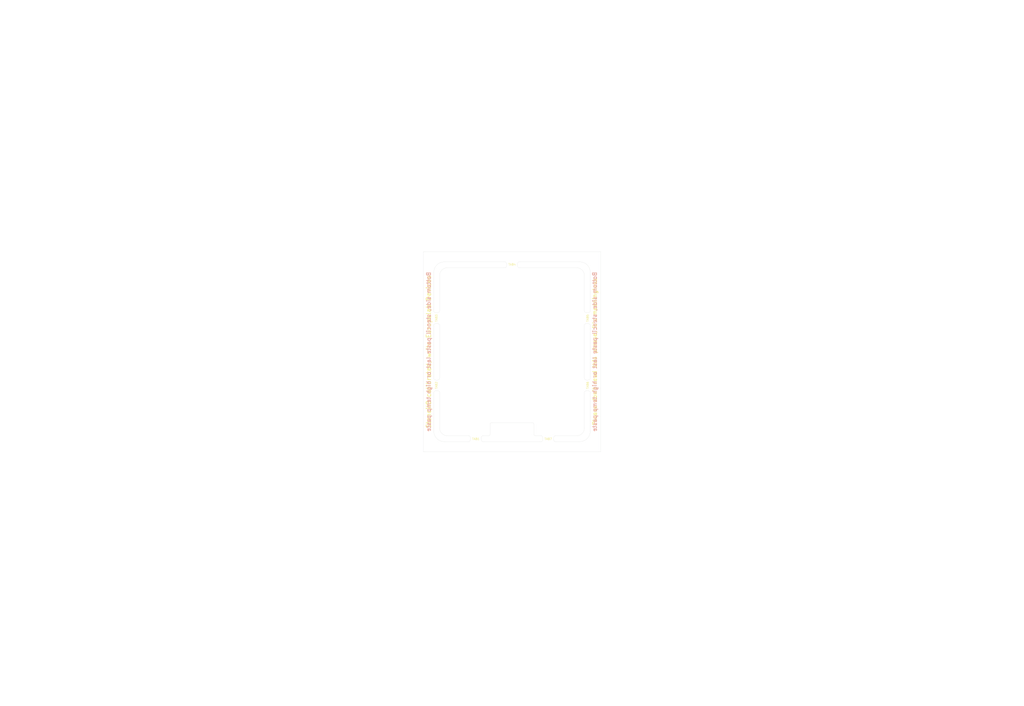
<source format=kicad_pcb>
(kicad_pcb (version 20171130) (host pcbnew 5.1.5+dfsg1-2build2)

  (general
    (thickness 1.6)
    (drawings 82)
    (tracks 0)
    (zones 0)
    (modules 7)
    (nets 1)
  )

  (page A3)
  (title_block
    (date "15 nov 2012")
  )

  (layers
    (0 F.Cu signal)
    (1 In1.Cu signal)
    (2 In2.Cu signal)
    (31 B.Cu signal)
    (34 B.Paste user)
    (35 F.Paste user)
    (36 B.SilkS user)
    (37 F.SilkS user)
    (38 B.Mask user)
    (39 F.Mask user)
    (40 Dwgs.User user)
    (41 Cmts.User user)
    (44 Edge.Cuts user)
    (45 Margin user)
    (46 B.CrtYd user)
    (47 F.CrtYd user)
    (48 B.Fab user)
    (49 F.Fab user)
  )

  (setup
    (last_trace_width 0.2)
    (user_trace_width 0.09)
    (user_trace_width 0.127)
    (trace_clearance 0.2)
    (zone_clearance 0.508)
    (zone_45_only no)
    (trace_min 0.09)
    (via_size 0.9)
    (via_drill 0.6)
    (via_min_size 0.45)
    (via_min_drill 0.2)
    (user_via 0.45 0.2)
    (user_via 0.6 0.3)
    (uvia_size 0.5)
    (uvia_drill 0.1)
    (uvias_allowed no)
    (uvia_min_size 0.45)
    (uvia_min_drill 0.1)
    (edge_width 0.1)
    (segment_width 0.1)
    (pcb_text_width 0.25)
    (pcb_text_size 1 1)
    (mod_edge_width 0.15)
    (mod_text_size 1 1)
    (mod_text_width 0.15)
    (pad_size 2.5 2.5)
    (pad_drill 2.5)
    (pad_to_mask_clearance 0)
    (aux_axis_origin 0 0)
    (visible_elements 7FFFFFFF)
    (pcbplotparams
      (layerselection 0x00030_80000001)
      (usegerberextensions true)
      (usegerberattributes false)
      (usegerberadvancedattributes false)
      (creategerberjobfile false)
      (excludeedgelayer true)
      (linewidth 0.150000)
      (plotframeref false)
      (viasonmask false)
      (mode 1)
      (useauxorigin false)
      (hpglpennumber 1)
      (hpglpenspeed 20)
      (hpglpendiameter 15.000000)
      (psnegative false)
      (psa4output false)
      (plotreference true)
      (plotvalue true)
      (plotinvisibletext false)
      (padsonsilk false)
      (subtractmaskfromsilk false)
      (outputformat 1)
      (mirror false)
      (drillshape 1)
      (scaleselection 1)
      (outputdirectory ""))
  )

  (net 0 "")

  (net_class Default "This is the default net class."
    (clearance 0.2)
    (trace_width 0.2)
    (via_dia 0.9)
    (via_drill 0.6)
    (uvia_dia 0.5)
    (uvia_drill 0.1)
  )

  (net_class Power ""
    (clearance 0.2)
    (trace_width 0.5)
    (via_dia 1)
    (via_drill 0.7)
    (uvia_dia 0.5)
    (uvia_drill 0.1)
  )

  (module Elabdev:Panel_Mousetab_25mm_Single (layer F.Cu) (tedit 5CD9E502) (tstamp 5F680FEC)
    (at 224 181.75 90)
    (path /5CD9EB0D)
    (fp_text reference TAB7 (at 0 0) (layer F.SilkS)
      (effects (font (size 0.8 0.8) (thickness 0.13)))
    )
    (fp_text value Pantab (at 0 3.5 90) (layer F.Fab)
      (effects (font (size 1 1) (thickness 0.15)))
    )
    (fp_line (start 1.25 -2.2) (end 1.25 2.2) (layer F.Fab) (width 0.15))
    (fp_line (start -1.25 -2.2) (end -1.25 2.2) (layer F.Fab) (width 0.15))
    (fp_line (start 2.1 -2.6) (end 2.1 2.6) (layer F.CrtYd) (width 0.15))
    (fp_line (start 2.1 2.6) (end -2.1 2.6) (layer F.CrtYd) (width 0.15))
    (fp_line (start -2.1 2.6) (end -2.1 -2.6) (layer F.CrtYd) (width 0.15))
    (fp_line (start -2.1 -2.6) (end 2.1 -2.6) (layer F.CrtYd) (width 0.15))
    (pad "" np_thru_hole circle (at 1.35 2 90) (size 0.5 0.5) (drill 0.5) (layers *.Cu))
    (pad "" np_thru_hole circle (at 1.35 1.2 90) (size 0.5 0.5) (drill 0.5) (layers *.Cu))
    (pad "" np_thru_hole circle (at 1.35 0.4 90) (size 0.5 0.5) (drill 0.5) (layers *.Cu))
    (pad "" np_thru_hole circle (at 1.35 -0.4 90) (size 0.5 0.5) (drill 0.5) (layers *.Cu))
    (pad "" np_thru_hole circle (at 1.35 -1.2 90) (size 0.5 0.5) (drill 0.5) (layers *.Cu))
    (pad "" np_thru_hole circle (at 1.35 -2 90) (size 0.5 0.5) (drill 0.5) (layers *.Cu))
  )

  (module Elabdev:Panel_Mousetab_25mm_Single (layer F.Cu) (tedit 5CD9E59A) (tstamp 5F4C0A71)
    (at 210 114.25 270)
    (path /5CD5C3A7)
    (fp_text reference TAB4 (at 0 0 180) (layer F.SilkS)
      (effects (font (size 0.8 0.8) (thickness 0.13)))
    )
    (fp_text value Pantab (at 0 -3.5 270) (layer F.Fab)
      (effects (font (size 1 1) (thickness 0.15)))
    )
    (fp_line (start 1.25 -2.2) (end 1.25 2.2) (layer F.Fab) (width 0.15))
    (fp_line (start -1.25 -2.2) (end -1.25 2.2) (layer F.Fab) (width 0.15))
    (fp_line (start 2.1 -2.6) (end 2.1 2.6) (layer F.CrtYd) (width 0.15))
    (fp_line (start 2.1 2.6) (end -2.1 2.6) (layer F.CrtYd) (width 0.15))
    (fp_line (start -2.1 2.6) (end -2.1 -2.6) (layer F.CrtYd) (width 0.15))
    (fp_line (start -2.1 -2.6) (end 2.1 -2.6) (layer F.CrtYd) (width 0.15))
    (pad "" np_thru_hole circle (at 1.35 2 270) (size 0.5 0.5) (drill 0.5) (layers *.Cu))
    (pad "" np_thru_hole circle (at 1.35 1.2 270) (size 0.5 0.5) (drill 0.5) (layers *.Cu))
    (pad "" np_thru_hole circle (at 1.35 0.4 270) (size 0.5 0.5) (drill 0.5) (layers *.Cu))
    (pad "" np_thru_hole circle (at 1.35 -0.4 270) (size 0.5 0.5) (drill 0.5) (layers *.Cu))
    (pad "" np_thru_hole circle (at 1.35 -1.2 270) (size 0.5 0.5) (drill 0.5) (layers *.Cu))
    (pad "" np_thru_hole circle (at 1.35 -2 270) (size 0.5 0.5) (drill 0.5) (layers *.Cu))
  )

  (module Elabdev:Panel_Mousetab_25mm_Single (layer F.Cu) (tedit 5CD9E502) (tstamp 5CE1C45C)
    (at 196 181.75 90)
    (path /5CD9EB0D)
    (fp_text reference TAB1 (at 0 0) (layer F.SilkS)
      (effects (font (size 0.8 0.8) (thickness 0.13)))
    )
    (fp_text value Pantab (at 0 3.5 90) (layer F.Fab)
      (effects (font (size 1 1) (thickness 0.15)))
    )
    (fp_line (start -2.1 -2.6) (end 2.1 -2.6) (layer F.CrtYd) (width 0.15))
    (fp_line (start -2.1 2.6) (end -2.1 -2.6) (layer F.CrtYd) (width 0.15))
    (fp_line (start 2.1 2.6) (end -2.1 2.6) (layer F.CrtYd) (width 0.15))
    (fp_line (start 2.1 -2.6) (end 2.1 2.6) (layer F.CrtYd) (width 0.15))
    (fp_line (start -1.25 -2.2) (end -1.25 2.2) (layer F.Fab) (width 0.15))
    (fp_line (start 1.25 -2.2) (end 1.25 2.2) (layer F.Fab) (width 0.15))
    (pad "" np_thru_hole circle (at 1.35 -2 90) (size 0.5 0.5) (drill 0.5) (layers *.Cu))
    (pad "" np_thru_hole circle (at 1.35 -1.2 90) (size 0.5 0.5) (drill 0.5) (layers *.Cu))
    (pad "" np_thru_hole circle (at 1.35 -0.4 90) (size 0.5 0.5) (drill 0.5) (layers *.Cu))
    (pad "" np_thru_hole circle (at 1.35 0.4 90) (size 0.5 0.5) (drill 0.5) (layers *.Cu))
    (pad "" np_thru_hole circle (at 1.35 1.2 90) (size 0.5 0.5) (drill 0.5) (layers *.Cu))
    (pad "" np_thru_hole circle (at 1.35 2 90) (size 0.5 0.5) (drill 0.5) (layers *.Cu))
  )

  (module Elabdev:Panel_Mousetab_25mm_Single (layer F.Cu) (tedit 5CD5AA6C) (tstamp 5F4C1007)
    (at 180.75 161)
    (path /5CD5C074)
    (fp_text reference TAB2 (at 0 0 90) (layer F.SilkS)
      (effects (font (size 0.8 0.8) (thickness 0.13)))
    )
    (fp_text value Pantab (at -2.5 0 -270) (layer F.Fab)
      (effects (font (size 1 1) (thickness 0.15)))
    )
    (fp_line (start -2.1 -2.6) (end 2.1 -2.6) (layer F.CrtYd) (width 0.15))
    (fp_line (start -2.1 2.6) (end -2.1 -2.6) (layer F.CrtYd) (width 0.15))
    (fp_line (start 2.1 2.6) (end -2.1 2.6) (layer F.CrtYd) (width 0.15))
    (fp_line (start 2.1 -2.6) (end 2.1 2.6) (layer F.CrtYd) (width 0.15))
    (fp_line (start -1.25 -2.2) (end -1.25 2.2) (layer F.Fab) (width 0.15))
    (fp_line (start 1.25 -2.2) (end 1.25 2.2) (layer F.Fab) (width 0.15))
    (pad "" np_thru_hole circle (at 1.35 -2) (size 0.5 0.5) (drill 0.5) (layers *.Cu))
    (pad "" np_thru_hole circle (at 1.35 -1.2) (size 0.5 0.5) (drill 0.5) (layers *.Cu))
    (pad "" np_thru_hole circle (at 1.35 -0.4) (size 0.5 0.5) (drill 0.5) (layers *.Cu))
    (pad "" np_thru_hole circle (at 1.35 0.4) (size 0.5 0.5) (drill 0.5) (layers *.Cu))
    (pad "" np_thru_hole circle (at 1.35 1.2) (size 0.5 0.5) (drill 0.5) (layers *.Cu))
    (pad "" np_thru_hole circle (at 1.35 2) (size 0.5 0.5) (drill 0.5) (layers *.Cu))
  )

  (module Elabdev:Panel_Mousetab_25mm_Single (layer F.Cu) (tedit 5CD5AA6C) (tstamp 5F4C1047)
    (at 180.75 135)
    (path /5CD5C074)
    (fp_text reference TAB3 (at 0 0 90) (layer F.SilkS)
      (effects (font (size 0.8 0.8) (thickness 0.13)))
    )
    (fp_text value Pantab (at -2.5 0 -270) (layer F.Fab)
      (effects (font (size 1 1) (thickness 0.15)))
    )
    (fp_line (start 1.25 -2.2) (end 1.25 2.2) (layer F.Fab) (width 0.15))
    (fp_line (start -1.25 -2.2) (end -1.25 2.2) (layer F.Fab) (width 0.15))
    (fp_line (start 2.1 -2.6) (end 2.1 2.6) (layer F.CrtYd) (width 0.15))
    (fp_line (start 2.1 2.6) (end -2.1 2.6) (layer F.CrtYd) (width 0.15))
    (fp_line (start -2.1 2.6) (end -2.1 -2.6) (layer F.CrtYd) (width 0.15))
    (fp_line (start -2.1 -2.6) (end 2.1 -2.6) (layer F.CrtYd) (width 0.15))
    (pad "" np_thru_hole circle (at 1.35 2) (size 0.5 0.5) (drill 0.5) (layers *.Cu))
    (pad "" np_thru_hole circle (at 1.35 1.2) (size 0.5 0.5) (drill 0.5) (layers *.Cu))
    (pad "" np_thru_hole circle (at 1.35 0.4) (size 0.5 0.5) (drill 0.5) (layers *.Cu))
    (pad "" np_thru_hole circle (at 1.35 -0.4) (size 0.5 0.5) (drill 0.5) (layers *.Cu))
    (pad "" np_thru_hole circle (at 1.35 -1.2) (size 0.5 0.5) (drill 0.5) (layers *.Cu))
    (pad "" np_thru_hole circle (at 1.35 -2) (size 0.5 0.5) (drill 0.5) (layers *.Cu))
  )

  (module Elabdev:Panel_Mousetab_25mm_Single (layer F.Cu) (tedit 5CD5AA6C) (tstamp 5F4C108A)
    (at 239.25 135 180)
    (path /5CD5C074)
    (fp_text reference TAB5 (at 0 0 90) (layer F.SilkS)
      (effects (font (size 0.8 0.8) (thickness 0.13)))
    )
    (fp_text value Pantab (at -2.5 0 90) (layer F.Fab)
      (effects (font (size 1 1) (thickness 0.15)))
    )
    (fp_line (start 1.25 -2.2) (end 1.25 2.2) (layer F.Fab) (width 0.15))
    (fp_line (start -1.25 -2.2) (end -1.25 2.2) (layer F.Fab) (width 0.15))
    (fp_line (start 2.1 -2.6) (end 2.1 2.6) (layer F.CrtYd) (width 0.15))
    (fp_line (start 2.1 2.6) (end -2.1 2.6) (layer F.CrtYd) (width 0.15))
    (fp_line (start -2.1 2.6) (end -2.1 -2.6) (layer F.CrtYd) (width 0.15))
    (fp_line (start -2.1 -2.6) (end 2.1 -2.6) (layer F.CrtYd) (width 0.15))
    (pad "" np_thru_hole circle (at 1.35 2 180) (size 0.5 0.5) (drill 0.5) (layers *.Cu))
    (pad "" np_thru_hole circle (at 1.35 1.2 180) (size 0.5 0.5) (drill 0.5) (layers *.Cu))
    (pad "" np_thru_hole circle (at 1.35 0.4 180) (size 0.5 0.5) (drill 0.5) (layers *.Cu))
    (pad "" np_thru_hole circle (at 1.35 -0.4 180) (size 0.5 0.5) (drill 0.5) (layers *.Cu))
    (pad "" np_thru_hole circle (at 1.35 -1.2 180) (size 0.5 0.5) (drill 0.5) (layers *.Cu))
    (pad "" np_thru_hole circle (at 1.35 -2 180) (size 0.5 0.5) (drill 0.5) (layers *.Cu))
  )

  (module Elabdev:Panel_Mousetab_25mm_Single (layer F.Cu) (tedit 5CD5AA6C) (tstamp 5F4C1067)
    (at 239.25 161 180)
    (path /5CD5C074)
    (fp_text reference TAB6 (at 0 0 90) (layer F.SilkS)
      (effects (font (size 0.8 0.8) (thickness 0.13)))
    )
    (fp_text value Pantab (at -2.5 0 90) (layer F.Fab)
      (effects (font (size 1 1) (thickness 0.15)))
    )
    (fp_line (start -2.1 -2.6) (end 2.1 -2.6) (layer F.CrtYd) (width 0.15))
    (fp_line (start -2.1 2.6) (end -2.1 -2.6) (layer F.CrtYd) (width 0.15))
    (fp_line (start 2.1 2.6) (end -2.1 2.6) (layer F.CrtYd) (width 0.15))
    (fp_line (start 2.1 -2.6) (end 2.1 2.6) (layer F.CrtYd) (width 0.15))
    (fp_line (start -1.25 -2.2) (end -1.25 2.2) (layer F.Fab) (width 0.15))
    (fp_line (start 1.25 -2.2) (end 1.25 2.2) (layer F.Fab) (width 0.15))
    (pad "" np_thru_hole circle (at 1.35 -2 180) (size 0.5 0.5) (drill 0.5) (layers *.Cu))
    (pad "" np_thru_hole circle (at 1.35 -1.2 180) (size 0.5 0.5) (drill 0.5) (layers *.Cu))
    (pad "" np_thru_hole circle (at 1.35 -0.4 180) (size 0.5 0.5) (drill 0.5) (layers *.Cu))
    (pad "" np_thru_hole circle (at 1.35 0.4 180) (size 0.5 0.5) (drill 0.5) (layers *.Cu))
    (pad "" np_thru_hole circle (at 1.35 1.2 180) (size 0.5 0.5) (drill 0.5) (layers *.Cu))
    (pad "" np_thru_hole circle (at 1.35 2 180) (size 0.5 0.5) (drill 0.5) (layers *.Cu))
  )

  (gr_circle (center 210 148) (end 210 144) (layer Cmts.User) (width 0.15))
  (gr_line (start 213 151) (end 207 145) (layer Cmts.User) (width 0.15))
  (gr_line (start 207 151) (end 213 145) (layer Cmts.User) (width 0.15))
  (gr_line (start 210 12) (end 210 285) (layer Cmts.User) (width 0.15))
  (gr_line (start 12 148) (end 408 148) (layer Cmts.User) (width 0.15))
  (gr_line (start 219 180.5) (end 221.5 180.5) (layer Edge.Cuts) (width 0.05) (tstamp 5F68107E))
  (gr_line (start 198.5 180.5) (end 201 180.5) (layer Edge.Cuts) (width 0.05) (tstamp 5F68107B))
  (gr_line (start 198.5 182.75) (end 221.5 182.75) (layer Edge.Cuts) (width 0.05) (tstamp 5F681075))
  (gr_arc (start 227.625 181.625) (end 226.5 182.75) (angle 90) (layer Edge.Cuts) (width 0.05) (tstamp 5F680FEB))
  (gr_arc (start 220.375 181.625) (end 221.5 180.5) (angle 90) (layer Edge.Cuts) (width 0.05) (tstamp 5F680FEA))
  (gr_line (start 182 177.5) (end 182 163.5) (layer Edge.Cuts) (width 0.05) (tstamp 5F680F1A))
  (gr_line (start 182 132.5) (end 182 118.5) (layer Edge.Cuts) (width 0.05) (tstamp 5F680F17))
  (gr_line (start 238 132.5) (end 238 118.5) (layer Edge.Cuts) (width 0.05) (tstamp 5F680F14))
  (gr_line (start 238 177.5) (end 238 163.5) (layer Edge.Cuts) (width 0.05) (tstamp 5F680F11))
  (gr_line (start 179.75 137.5) (end 179.75 158.5) (layer Edge.Cuts) (width 0.05) (tstamp 5F680E75))
  (gr_line (start 240.25 178.75) (end 240.25 163.5) (layer Edge.Cuts) (width 0.05) (tstamp 5F680CE7))
  (gr_line (start 235 115.5) (end 212.5 115.5) (layer Edge.Cuts) (width 0.05) (tstamp 5F680A40))
  (gr_arc (start 206.375 114.375) (end 207.5 113.25) (angle 90) (layer Edge.Cuts) (width 0.05) (tstamp 5F4C0A93))
  (gr_arc (start 213.625 114.375) (end 212.5 115.5) (angle 90) (layer Edge.Cuts) (width 0.05) (tstamp 5F4C0A90))
  (gr_line (start 182 137.5) (end 182 158.5) (layer Edge.Cuts) (width 0.05) (tstamp 5F4C0C0B))
  (gr_line (start 238 158.5) (end 238 137.5) (layer Edge.Cuts) (width 0.05) (tstamp 5F4C198A))
  (gr_arc (start 180.875 164.625) (end 179.75 163.5) (angle 90) (layer Edge.Cuts) (width 0.05) (tstamp 5F4C102C))
  (gr_arc (start 192.375 181.625) (end 193.5 180.5) (angle 90) (layer Edge.Cuts) (width 0.05))
  (gr_arc (start 199.625 181.625) (end 198.5 182.75) (angle 90) (layer Edge.Cuts) (width 0.05) (tstamp 5CE1C4D1))
  (gr_arc (start 180.875 138.625) (end 179.75 137.5) (angle 90) (layer Edge.Cuts) (width 0.05) (tstamp 5F4C1046))
  (gr_arc (start 180.875 131.375) (end 182 132.5) (angle 90) (layer Edge.Cuts) (width 0.05) (tstamp 5F4C1045))
  (gr_arc (start 180.875 157.375) (end 182 158.5) (angle 90) (layer Edge.Cuts) (width 0.05) (tstamp 5F4C102F))
  (gr_arc (start 183.75 178.75) (end 179.75 178.75) (angle -90) (layer Edge.Cuts) (width 0.05))
  (gr_line (start 179.75 117.25) (end 179.75 132.5) (layer Edge.Cuts) (width 0.05) (tstamp 5F4C20A2))
  (gr_line (start 207.5 113.25) (end 183.75 113.25) (layer Edge.Cuts) (width 0.05) (tstamp 5F4C209A))
  (gr_line (start 236.25 113.25) (end 212.5 113.25) (layer Edge.Cuts) (width 0.05) (tstamp 5F4C2035))
  (gr_line (start 240.25 132.5) (end 240.25 117.25) (layer Edge.Cuts) (width 0.05) (tstamp 5F4C202C))
  (gr_line (start 240.25 158.5) (end 240.25 137.5) (layer Edge.Cuts) (width 0.05) (tstamp 5F4C201B))
  (gr_line (start 226.5 182.75) (end 236.25 182.75) (layer Edge.Cuts) (width 0.05) (tstamp 5F4C1F90))
  (gr_line (start 183.75 182.75) (end 193.5 182.75) (layer Edge.Cuts) (width 0.05) (tstamp 5F4C1EFA))
  (gr_line (start 179.75 163.5) (end 179.75 178.75) (layer Edge.Cuts) (width 0.05) (tstamp 5F4C1F00))
  (gr_line (start 244.25 109.25) (end 175.75 109.25) (layer Edge.Cuts) (width 0.05))
  (gr_line (start 244.25 186.75) (end 244.25 109.25) (layer Edge.Cuts) (width 0.05))
  (gr_line (start 175.75 186.75) (end 244.25 186.75) (layer Edge.Cuts) (width 0.05))
  (gr_line (start 175.75 186.75) (end 175.75 109.25) (layer Edge.Cuts) (width 0.05))
  (gr_arc (start 239.125 138.625) (end 238 137.5) (angle 90) (layer Edge.Cuts) (width 0.05) (tstamp 5F4C1099))
  (gr_arc (start 239.125 131.375) (end 240.25 132.5) (angle 90) (layer Edge.Cuts) (width 0.05) (tstamp 5F4C1089))
  (gr_arc (start 239.125 164.625) (end 238 163.5) (angle 90) (layer Edge.Cuts) (width 0.05) (tstamp 5F4C1077))
  (gr_arc (start 239.125 157.375) (end 240.25 158.5) (angle 90) (layer Edge.Cuts) (width 0.05) (tstamp 5F4C1076))
  (gr_text "Bottom side, stencil paste last or high temp paste" (at 242 148 90) (layer B.SilkS) (tstamp 5CE86108)
    (effects (font (size 1.575 1.575) (thickness 0.3)) (justify mirror))
  )
  (gr_text "Bottom side, stencil paste last or high temp paste" (at 177.75 148 90) (layer B.SilkS)
    (effects (font (size 1.575 1.575) (thickness 0.3)) (justify mirror))
  )
  (gr_text "Please don't read this phrase, it's meaningless" (at 242 148 90) (layer F.SilkS)
    (effects (font (size 1.5625 1.5625) (thickness 0.3)))
  )
  (gr_text "Stencil8 calibrated, write Europalab Devices" (at 177.75 148 90) (layer F.SilkS)
    (effects (font (size 1.75 1.75) (thickness 0.3)))
  )
  (gr_arc (start 236.25 178.75) (end 236.25 182.75) (angle -90) (layer Edge.Cuts) (width 0.05) (tstamp 5CDACEC7))
  (gr_arc (start 236.25 117.25) (end 240.25 117.25) (angle -90) (layer Edge.Cuts) (width 0.05) (tstamp 5CDACE54))
  (gr_arc (start 183.75 117.25) (end 183.75 113.25) (angle -90) (layer Edge.Cuts) (width 0.05) (tstamp 5CDACDD3))
  (gr_arc (start 219 180) (end 219 180.5) (angle 89.9) (layer Edge.Cuts) (width 0.05))
  (gr_arc (start 218 176) (end 218 175.5) (angle 90) (layer Edge.Cuts) (width 0.05))
  (gr_arc (start 201 180) (end 201.5 180) (angle 90) (layer Edge.Cuts) (width 0.05))
  (gr_arc (start 202 176) (end 201.5 176) (angle 90) (layer Edge.Cuts) (width 0.05))
  (gr_line (start 201 180.5) (end 219 180.5) (layer Dwgs.User) (width 0.1))
  (gr_line (start 185 180.5) (end 193.5 180.5) (layer Edge.Cuts) (width 0.05))
  (gr_text DISPLAY (at 210 178) (layer Dwgs.User) (tstamp 580CBBFF)
    (effects (font (size 1 1) (thickness 0.15)))
  )
  (gr_text RJ45 (at 227.84 104.3 90) (layer Dwgs.User) (tstamp 580CBBEB)
    (effects (font (size 2 2) (thickness 0.15)))
  )
  (gr_text USB (at 209.552 102.776 90) (layer Dwgs.User) (tstamp 580CBBE9)
    (effects (font (size 2 2) (thickness 0.15)))
  )
  (gr_text USB (at 190.248 102.268 90) (layer Dwgs.User)
    (effects (font (size 2 2) (thickness 0.15)))
  )
  (gr_arc (start 185 118.5) (end 182 118.5) (angle 90) (layer Edge.Cuts) (width 0.05))
  (gr_arc (start 235 118.5) (end 235 115.5) (angle 90) (layer Edge.Cuts) (width 0.05))
  (gr_arc (start 235 177.5) (end 238 177.5) (angle 90) (layer Edge.Cuts) (width 0.05))
  (gr_arc (start 185 177.5) (end 185 180.5) (angle 90) (layer Edge.Cuts) (width 0.05))
  (gr_line (start 202.45 110.6) (end 202.45 93.5) (layer Dwgs.User) (width 0.1))
  (gr_line (start 215.55 110.6) (end 202.45 110.6) (layer Dwgs.User) (width 0.1))
  (gr_line (start 215.55 93.5) (end 215.55 110.6) (layer Dwgs.User) (width 0.1))
  (gr_line (start 202.45 93.5) (end 215.55 93.5) (layer Dwgs.User) (width 0.1))
  (gr_line (start 218.5 176) (end 218.5 180) (layer Edge.Cuts) (width 0.05))
  (gr_line (start 202 175.5) (end 218 175.5) (layer Edge.Cuts) (width 0.05))
  (gr_line (start 201.5 180) (end 201.5 176) (layer Edge.Cuts) (width 0.05))
  (gr_line (start 235.675 114.5) (end 219.825 114.5) (layer Dwgs.User) (width 0.1))
  (gr_line (start 235.675 93.5) (end 235.675 114.5) (layer Dwgs.User) (width 0.1))
  (gr_line (start 219.825 93.5) (end 235.675 93.5) (layer Dwgs.User) (width 0.1))
  (gr_line (start 219.825 114.5) (end 219.825 93.5) (layer Dwgs.User) (width 0.1))
  (gr_line (start 207.5 115.5) (end 185 115.5) (layer Edge.Cuts) (width 0.05))
  (gr_line (start 226.5 180.5) (end 235 180.5) (layer Edge.Cuts) (width 0.05))
  (gr_line (start 197.455925 110.6) (end 184.355925 110.6) (layer Dwgs.User) (width 0.1))
  (gr_line (start 197.455925 93.5) (end 197.455925 110.6) (layer Dwgs.User) (width 0.1))
  (gr_line (start 184.355925 93.5) (end 197.455925 93.5) (layer Dwgs.User) (width 0.1))
  (gr_line (start 184.355925 110.6) (end 184.355925 93.5) (layer Dwgs.User) (width 0.1))

)

</source>
